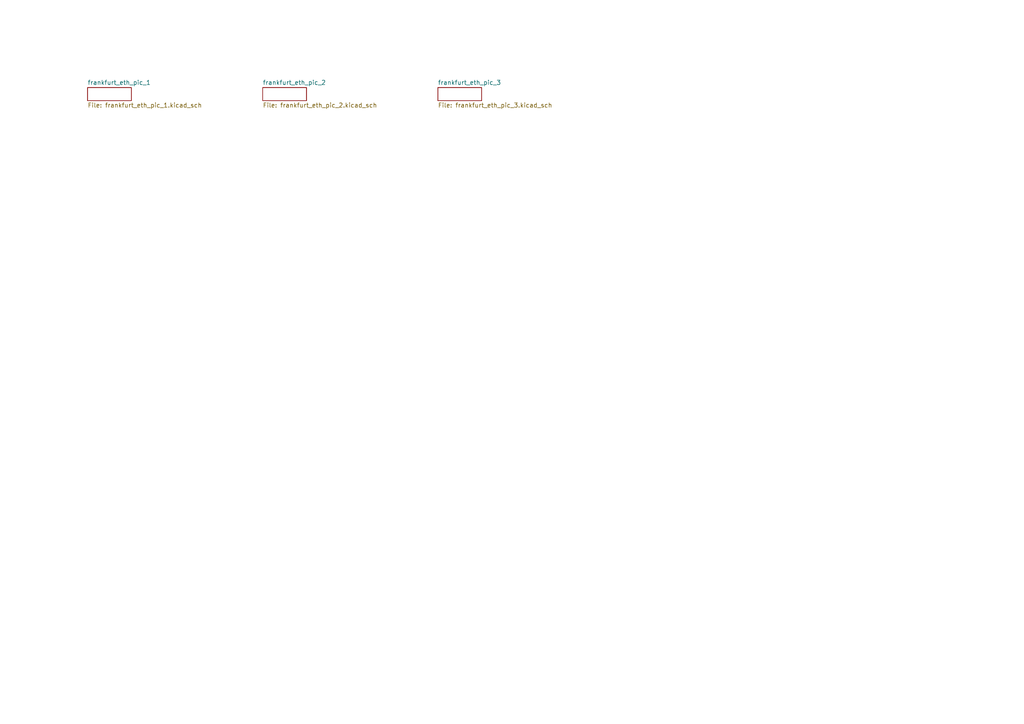
<source format=kicad_sch>
(kicad_sch
	(version 20250114)
	(generator "eeschema")
	(generator_version "9.0")
	(uuid "af5d4338-a3b1-4732-9297-f99678d42977")
	(paper "A4")
	(lib_symbols)
	(sheet
		(at 76.2 25.4)
		(size 12.7 3.81)
		(exclude_from_sim no)
		(in_bom yes)
		(on_board yes)
		(dnp no)
		(fields_autoplaced yes)
		(stroke
			(width 0)
			(type solid)
		)
		(fill
			(color 0 0 0 0.0000)
		)
		(uuid "404ab7e2-0e3f-4aba-be28-d085ded29b2c")
		(property "Sheetname" "frankfurt_eth_pic_2"
			(at 76.2 24.6884 0)
			(effects
				(font
					(size 1.27 1.27)
				)
				(justify left bottom)
			)
		)
		(property "Sheetfile" "frankfurt_eth_pic_2.kicad_sch"
			(at 76.2 29.7946 0)
			(effects
				(font
					(size 1.27 1.27)
				)
				(justify left top)
			)
		)
		(instances
			(project "frankfurt_eth_pic"
				(path "/af5d4338-a3b1-4732-9297-f99678d42977"
					(page "2")
				)
			)
		)
	)
	(sheet
		(at 127 25.4)
		(size 12.7 3.81)
		(exclude_from_sim no)
		(in_bom yes)
		(on_board yes)
		(dnp no)
		(fields_autoplaced yes)
		(stroke
			(width 0)
			(type solid)
		)
		(fill
			(color 0 0 0 0.0000)
		)
		(uuid "c381d9a6-0baa-4930-88b5-4d19c8a20eeb")
		(property "Sheetname" "frankfurt_eth_pic_3"
			(at 127 24.6884 0)
			(effects
				(font
					(size 1.27 1.27)
				)
				(justify left bottom)
			)
		)
		(property "Sheetfile" "frankfurt_eth_pic_3.kicad_sch"
			(at 127 29.7946 0)
			(effects
				(font
					(size 1.27 1.27)
				)
				(justify left top)
			)
		)
		(instances
			(project "frankfurt_eth_pic"
				(path "/af5d4338-a3b1-4732-9297-f99678d42977"
					(page "3")
				)
			)
		)
	)
	(sheet
		(at 25.4 25.4)
		(size 12.7 3.81)
		(exclude_from_sim no)
		(in_bom yes)
		(on_board yes)
		(dnp no)
		(fields_autoplaced yes)
		(stroke
			(width 0)
			(type solid)
		)
		(fill
			(color 0 0 0 0.0000)
		)
		(uuid "f136dadb-77f9-4e29-9272-a15ad17e8e3f")
		(property "Sheetname" "frankfurt_eth_pic_1"
			(at 25.4 24.6884 0)
			(effects
				(font
					(size 1.27 1.27)
				)
				(justify left bottom)
			)
		)
		(property "Sheetfile" "frankfurt_eth_pic_1.kicad_sch"
			(at 25.4 29.7946 0)
			(effects
				(font
					(size 1.27 1.27)
				)
				(justify left top)
			)
		)
		(instances
			(project "frankfurt_eth_pic"
				(path "/af5d4338-a3b1-4732-9297-f99678d42977"
					(page "1")
				)
			)
		)
	)
	(sheet_instances
		(path "/"
			(page "1")
		)
	)
	(embedded_fonts no)
)

</source>
